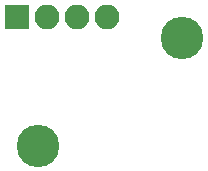
<source format=gbs>
G04 #@! TF.FileFunction,Soldermask,Bot*
%FSLAX46Y46*%
G04 Gerber Fmt 4.6, Leading zero omitted, Abs format (unit mm)*
G04 Created by KiCad (PCBNEW 4.0.6) date Fri Jul 21 16:03:20 2017*
%MOMM*%
%LPD*%
G01*
G04 APERTURE LIST*
%ADD10C,0.100000*%
%ADD11R,2.100000X2.100000*%
%ADD12O,2.100000X2.100000*%
%ADD13C,3.600000*%
G04 APERTURE END LIST*
D10*
D11*
X60960000Y-40005000D03*
D12*
X63500000Y-40005000D03*
X66040000Y-40005000D03*
X68580000Y-40005000D03*
D13*
X62738000Y-50927000D03*
X74930000Y-41783000D03*
M02*

</source>
